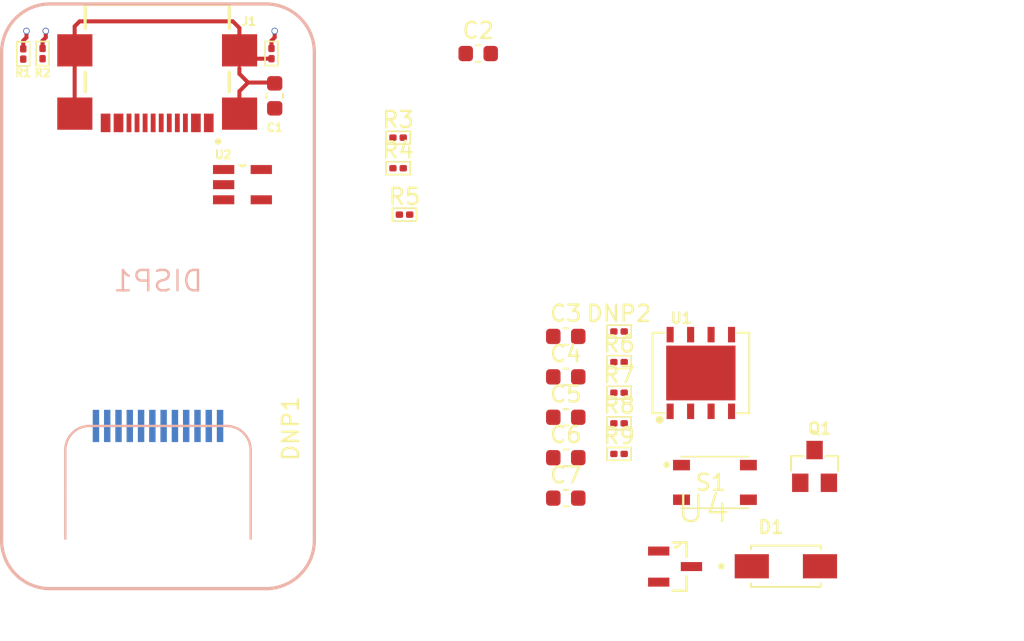
<source format=kicad_pcb>
(kicad_pcb (version 20221018) (generator pcbnew)
  (layers (0 "F.Cu" signal) (31 "B.Cu" signal) (34 "B.Paste" user) (35 "F.Paste" user) (36 "B.SilkS" user "B.Silkscreen") (37 "F.SilkS" user "F.Silkscreen") (38 "B.Mask" user) (39 "F.Mask" user) (44 "Edge.Cuts" user))
  (net 0 "")
  (net 1 "/SH")
  (net 2 "GND")
  (net 3 "/3V3")
  (net 4 "/LEDK")
  (net 5 "/DC")
  (net 6 "/CS")
  (net 7 "/CLK")
  (net 8 "/DIN")
  (net 9 "/RST")
  (net 10 "/VBUS")
  (net 12 "Net-(J1-CC2)")
  (net 13 "Net-(J1-CC1)")
  (net 15 "/USB_DP")
  (net 16 "/USB_DN")
  (net 17 "/BCK")
  (net 18 "Net-(Q1-Pad2)")
  (net 19 "Net-(Q1-Pad3)")
  (net 20 "/VIN")
  (net 21 "/QSS")
  (net 22 "Net-(R6-Pad2)")
  (net 23 "Net-(U2-ADJ{slash}BYP)")
  (net 24 "/VSYS")
  (net 25 "/QSD0")
  (net 26 "/QSD2")
  (net 27 "/QSD1")
  (net 28 "/QCLK")
  (net 29 "/QSD3")
  (footprint "footprints:PTS810SJG250SMTRLFS" (layer "F.Cu") (at 120.9116 83.6266)
    (fp_text reference "S1" (at -0.25 0) (layer "F.SilkS"))
    (fp_text value "PTS810SJK250SMTRLFS")
    (fp_line (start -2.1 -1.6) (end 2.075 -1.6) (stroke (width 0.1)) (layer "F.SilkS"))
    (fp_line (start -2.1 1.6) (end 2.075 1.6) (stroke (width 0.1)) (layer "F.SilkS"))
    (fp_arc (start -3 -1.2) (mid -2.9 -1.1) (end -3 -1) (stroke (width 0.2)) (layer "F.SilkS"))
    (fp_arc (start -3 -1) (mid -3.1 -1.1) (end -3 -1.2) (stroke (width 0.2)) (layer "F.SilkS"))
    (pad "1" smd rect (at -2.075 -1.075) (size 1.05 0.65) (layers "F.Cu" "F.Paste" "F.Mask") (net 2 "GND"))
    (pad "2" smd rect (at 2.075 -1.075) (size 1.05 0.65) (layers "F.Cu" "F.Paste" "F.Mask") (net 2 "GND"))
    (pad "3" smd rect (at -2.075 1.075) (size 1.05 0.65) (layers "F.Cu" "F.Paste" "F.Mask") (net 22 "Net-(R6-Pad2)"))
    (pad "4" smd rect (at 2.075 1.075) (size 1.05 0.65) (layers "F.Cu" "F.Paste" "F.Mask") (net 22 "Net-(R6-Pad2)"))
  )
  (footprint "footprints:W25Q128JVPIM" (layer "F.Cu") (at 120.0366 76.8316)
    (fp_text reference "U1" (at -1.218 -3.4064) (layer "F.SilkS") (effects (font (size 0.64 0.64))))
    (fp_text value "W25Q128JVSIQ")
    (fp_line (start -3 -2.5) (end -3 2.5) (stroke (width 0.127)) (layer "F.SilkS"))
    (fp_line (start -3 2.5) (end -2.25 2.5) (stroke (width 0.127)) (layer "F.SilkS"))
    (fp_line (start -2.25 -2.5) (end -3 -2.5) (stroke (width 0.127)) (layer "F.SilkS"))
    (fp_line (start 2.25 -2.5) (end 3 -2.5) (stroke (width 0.127)) (layer "F.SilkS"))
    (fp_line (start 3 -2.5) (end 3 2.5) (stroke (width 0.127)) (layer "F.SilkS"))
    (fp_line (start 3 2.5) (end 2.25 2.5) (stroke (width 0.127)) (layer "F.SilkS"))
    (fp_circle (center -2.55 2.9) (end -2.3 2.9) (fill solid) (layer "F.SilkS"))
    (pad "1" smd rect (at -1.905 2.38 90) (size 0.96 0.44) (layers "F.Cu" "F.Paste" "F.Mask") (net 21 "/QSS"))
    (pad "2" smd rect (at -0.635 2.38 90) (size 0.96 0.44) (layers "F.Cu" "F.Paste" "F.Mask") (net 25 "/QSD0"))
    (pad "3" smd rect (at 0.635 2.38 90) (size 0.96 0.44) (layers "F.Cu" "F.Paste" "F.Mask") (net 26 "/QSD2"))
    (pad "4" smd rect (at 1.905 2.38 90) (size 0.96 0.44) (layers "F.Cu" "F.Paste" "F.Mask") (net 2 "GND"))
    (pad "5" smd rect (at 1.905 -2.38 90) (size 0.96 0.44) (layers "F.Cu" "F.Paste" "F.Mask") (net 27 "/QSD1"))
    (pad "6" smd rect (at 0.635 -2.38 90) (size 0.96 0.44) (layers "F.Cu" "F.Paste" "F.Mask") (net 28 "/QCLK"))
    (pad "7" smd rect (at -0.635 -2.38 90) (size 0.96 0.44) (layers "F.Cu" "F.Paste" "F.Mask") (net 29 "/QSD3"))
    (pad "8" smd rect (at -1.905 -2.38 90) (size 0.96 0.44) (layers "F.Cu" "F.Paste" "F.Mask") (net 3 "/3V3"))
    (pad "9" smd rect (at 0 0 90) (size 3.4 4.3) (layers "F.Cu" "F.Paste" "F.Mask"))
  )
  (footprint "Capacitor_SMD:C_0603_1608Metric" (layer "F.Cu") (at 111.6566 79.5816)
    (fp_text reference "C5" (at 0 -1.43) (layer "F.SilkS"))
    (fp_text value "0.1uF_0603_16V")
    (fp_line (start -0.14058 -0.51) (end 0.14058 -0.51) (stroke (width 0.12)) (layer "F.SilkS"))
    (fp_line (start -0.14058 0.51) (end 0.14058 0.51) (stroke (width 0.12)) (layer "F.SilkS"))
    (pad "1" smd roundrect (at -0.775 0) (size 0.9 0.95) (layers "F.Cu" "F.Paste" "F.Mask") (net 3 "/3V3"))
    (pad "2" smd roundrect (at 0.775 0) (size 0.9 0.95) (layers "F.Cu" "F.Paste" "F.Mask") (net 2 "GND"))
  )
  (footprint "footprints:S8050" (layer "F.Cu") (at 127.0921 82.6326)
    (fp_text reference "Q1" (at 0.317628 -2.350438) (layer "F.SilkS") (effects (font (size 0.70028 0.70028))))
    (fp_text value "~")
    (fp_line (start -1.4605 -0.635) (end -1.4605 0.254) (stroke (width 0.127)) (layer "F.SilkS"))
    (fp_line (start -0.6985 -0.635) (end -1.4605 -0.635) (stroke (width 0.127)) (layer "F.SilkS"))
    (fp_line (start 1.4605 -0.635) (end 0.6985 -0.635) (stroke (width 0.127)) (layer "F.SilkS"))
    (fp_line (start 1.4605 0.254) (end 1.4605 -0.635) (stroke (width 0.127)) (layer "F.SilkS"))
    (pad "1" smd rect (at -0.889 1.016 180) (size 1.016 1.143) (layers "F.Cu" "F.Paste" "F.Mask") (net 2 "GND"))
    (pad "2" smd rect (at 0.889 1.016) (size 1.016 1.143) (layers "F.Cu" "F.Paste" "F.Mask") (net 18 "Net-(Q1-Pad2)"))
    (pad "3" smd rect (at 0 -1.016) (size 1.016 1.143) (layers "F.Cu" "F.Paste" "F.Mask") (net 19 "Net-(Q1-Pad3)"))
  )
  (footprint "Capacitor_SMD:C_0603_1608Metric" (layer "F.Cu") (at 106.225 57)
    (fp_text reference "C2" (at 0 -1.43) (layer "F.SilkS"))
    (fp_text value "0.1uF_0603_16V")
    (fp_line (start -0.14058 -0.51) (end 0.14058 -0.51) (stroke (width 0.12)) (layer "F.SilkS"))
    (fp_line (start -0.14058 0.51) (end 0.14058 0.51) (stroke (width 0.12)) (layer "F.SilkS"))
    (pad "1" smd roundrect (at -0.775 0) (size 0.9 0.95) (layers "F.Cu" "F.Paste" "F.Mask") (net 3 "/3V3"))
    (pad "2" smd roundrect (at 0.775 0) (size 0.9 0.95) (layers "F.Cu" "F.Paste" "F.Mask") (net 2 "GND"))
  )
  (footprint "Capacitor_SMD:C_0603_1608Metric" (layer "F.Cu") (at 111.6566 74.5616)
    (fp_text reference "C3" (at 0 -1.43) (layer "F.SilkS"))
    (fp_text value "0.1uF_0603_16V")
    (fp_line (start -0.14058 -0.51) (end 0.14058 -0.51) (stroke (width 0.12)) (layer "F.SilkS"))
    (fp_line (start -0.14058 0.51) (end 0.14058 0.51) (stroke (width 0.12)) (layer "F.SilkS"))
    (pad "1" smd roundrect (at -0.775 0) (size 0.9 0.95) (layers "F.Cu" "F.Paste" "F.Mask") (net 3 "/3V3"))
    (pad "2" smd roundrect (at 0.775 0) (size 0.9 0.95) (layers "F.Cu" "F.Paste" "F.Mask") (net 2 "GND"))
  )
  (footprint "PCM_Resistor_SMD_AKL:R_0201_0603Metric" (layer "F.Cu") (at 114.9616 76.1566)
    (fp_text reference "R6" (at 0 -1.1176) (layer "F.SilkS"))
    (fp_text value "10K_0603" hide)
    (fp_line (start -0.75 -0.4) (end -0.75 0.4) (stroke (width 0.1)) (layer "F.SilkS"))
    (fp_line (start -0.75 0.4) (end 0.75 0.4) (stroke (width 0.1)) (layer "F.SilkS"))
    (fp_line (start 0.75 -0.4) (end -0.75 -0.4) (stroke (width 0.1)) (layer "F.SilkS"))
    (fp_line (start 0.75 0.4) (end 0.75 -0.4) (stroke (width 0.1)) (layer "F.SilkS"))
    (pad "1" smd roundrect (at -0.32 0) (size 0.46 0.4) (layers "F.Cu" "F.Mask") (net 21 "/QSS"))
    (pad "2" smd roundrect (at 0.32 0) (size 0.46 0.4) (layers "F.Cu" "F.Mask") (net 22 "Net-(R6-Pad2)"))
  )
  (footprint "PCM_Resistor_SMD_AKL:R_0201_0603Metric" (layer "F.Cu") (at 114.9616 78.0566)
    (fp_text reference "R7" (at 0 -1.1176) (layer "F.SilkS"))
    (fp_text value "10K_0603" hide)
    (fp_line (start -0.75 -0.4) (end -0.75 0.4) (stroke (width 0.1)) (layer "F.SilkS"))
    (fp_line (start -0.75 0.4) (end 0.75 0.4) (stroke (width 0.1)) (layer "F.SilkS"))
    (fp_line (start 0.75 -0.4) (end -0.75 -0.4) (stroke (width 0.1)) (layer "F.SilkS"))
    (fp_line (start 0.75 0.4) (end 0.75 -0.4) (stroke (width 0.1)) (layer "F.SilkS"))
    (pad "1" smd roundrect (at -0.32 0) (size 0.46 0.4) (layers "F.Cu" "F.Mask") (net 23 "Net-(U2-ADJ{slash}BYP)"))
    (pad "2" smd roundrect (at 0.32 0) (size 0.46 0.4) (layers "F.Cu" "F.Mask") (net 3 "/3V3"))
  )
  (footprint "PCM_Resistor_SMD_AKL:R_0201_0603Metric" (layer "F.Cu") (at 101.255 62.22)
    (fp_text reference "R3" (at 0 -1.1176) (layer "F.SilkS"))
    (fp_text value "1K_0603" hide)
    (fp_line (start -0.75 -0.4) (end -0.75 0.4) (stroke (width 0.1)) (layer "F.SilkS"))
    (fp_line (start -0.75 0.4) (end 0.75 0.4) (stroke (width 0.1)) (layer "F.SilkS"))
    (fp_line (start 0.75 -0.4) (end -0.75 -0.4) (stroke (width 0.1)) (layer "F.SilkS"))
    (fp_line (start 0.75 0.4) (end 0.75 -0.4) (stroke (width 0.1)) (layer "F.SilkS"))
    (pad "1" smd roundrect (at -0.32 0) (size 0.46 0.4) (layers "F.Cu" "F.Mask") (net 17 "/BCK"))
    (pad "2" smd roundrect (at 0.32 0) (size 0.46 0.4) (layers "F.Cu" "F.Mask") (net 18 "Net-(Q1-Pad2)"))
  )
  (footprint "footprints:SS14" (layer "F.Cu") (at 125.3116 88.8316)
    (fp_text reference "D1" (at -0.925 -2.43) (layer "F.SilkS") (effects (font (size 0.787402 0.787402))))
    (fp_text value "SS14")
    (fp_line (start -2.165 -1.28) (end -2.165 -1.07) (stroke (width 0.127)) (layer "F.SilkS"))
    (fp_line (start -2.165 1.28) (end -2.165 1.07) (stroke (width 0.127)) (layer "F.SilkS"))
    (fp_line (start -2.165 1.28) (end 2.165 1.28) (stroke (width 0.127)) (layer "F.SilkS"))
    (fp_line (start 2.165 -1.28) (end -2.165 -1.28) (stroke (width 0.127)) (layer "F.SilkS"))
    (fp_line (start 2.165 -1.07) (end 2.165 -1.28) (stroke (width 0.127)) (layer "F.SilkS"))
    (fp_line (start 2.165 1.28) (end 2.165 1.07) (stroke (width 0.127)) (layer "F.SilkS"))
    (fp_circle (center -4 0) (end -3.9 0) (stroke (width 0.2)) (fill none) (layer "F.SilkS"))
    (pad "A" smd rect (at 2.115 0) (size 2.12 1.5) (layers "F.Cu" "F.Paste" "F.Mask"))
    (pad "C" smd rect (at -2.115 0) (size 2.12 1.5) (layers "F.Cu" "F.Paste" "F.Mask"))
  )
  (footprint "PCM_Resistor_SMD_AKL:R_0201_0603Metric" (layer "F.Cu") (at 78 57.025 -90)
    (fp_text reference "R1" (at 1.175 0 180) (layer "F.SilkS") (effects (font (size 0.5 0.5) (thickness 0.125))))
    (fp_text value "10K_0603" hide)
    (fp_line (start -0.75 -0.4) (end -0.75 0.4) (stroke (width 0.1)) (layer "F.SilkS"))
    (fp_line (start -0.75 0.4) (end 0.75 0.4) (stroke (width 0.1)) (layer "F.SilkS"))
    (fp_line (start 0.75 -0.4) (end -0.75 -0.4) (stroke (width 0.1)) (layer "F.SilkS"))
    (fp_line (start 0.75 0.4) (end 0.75 -0.4) (stroke (width 0.1)) (layer "F.SilkS"))
    (pad "1" smd roundrect (at -0.32 0 270) (size 0.46 0.4) (layers "F.Cu" "F.Mask") (net 2 "GND"))
    (pad "2" smd roundrect (at 0.32 0 270) (size 0.46 0.4) (layers "F.Cu" "F.Mask") (net 13 "Net-(J1-CC1)"))
  )
  (footprint "Capacitor_SMD:C_0603_1608Metric" (layer "F.Cu") (at 111.6566 77.0716)
    (fp_text reference "C4" (at 0 -1.43) (layer "F.SilkS"))
    (fp_text value "0.1uF_0603_16V")
    (fp_line (start -0.14058 -0.51) (end 0.14058 -0.51) (stroke (width 0.12)) (layer "F.SilkS"))
    (fp_line (start -0.14058 0.51) (end 0.14058 0.51) (stroke (width 0.12)) (layer "F.SilkS"))
    (pad "1" smd roundrect (at -0.775 0) (size 0.9 0.95) (layers "F.Cu" "F.Paste" "F.Mask") (net 3 "/3V3"))
    (pad "2" smd roundrect (at 0.775 0) (size 0.9 0.95) (layers "F.Cu" "F.Paste" "F.Mask") (net 2 "GND"))
  )
  (footprint "PCM_Resistor_SMD_AKL:R_0201_0603Metric" (layer "F.Cu") (at 79.2 57 -90)
    (fp_text reference "R2" (at 1.2 0 180) (layer "F.SilkS") (effects (font (size 0.5 0.5) (thickness 0.125))))
    (fp_text value "10K_0603" hide)
    (fp_line (start -0.75 -0.4) (end -0.75 0.4) (stroke (width 0.1)) (layer "F.SilkS"))
    (fp_line (start -0.75 0.4) (end 0.75 0.4) (stroke (width 0.1)) (layer "F.SilkS"))
    (fp_line (start 0.75 -0.4) (end -0.75 -0.4) (stroke (width 0.1)) (layer "F.SilkS"))
    (fp_line (start 0.75 0.4) (end 0.75 -0.4) (stroke (width 0.1)) (layer "F.SilkS"))
    (pad "1" smd roundrect (at -0.32 0 270) (size 0.46 0.4) (layers "F.Cu" "F.Mask") (net 2 "GND"))
    (pad "2" smd roundrect (at 0.32 0 270) (size 0.46 0.4) (layers "F.Cu" "F.Mask") (net 12 "Net-(J1-CC2)"))
  )
  (footprint "Capacitor_SMD:C_0603_1608Metric" (layer "F.Cu") (at 111.6566 82.0916)
    (fp_text reference "C6" (at 0 -1.43) (layer "F.SilkS"))
    (fp_text value "0.1uF_0603_16V")
    (fp_line (start -0.14058 -0.51) (end 0.14058 -0.51) (stroke (width 0.12)) (layer "F.SilkS"))
    (fp_line (start -0.14058 0.51) (end 0.14058 0.51) (stroke (width 0.12)) (layer "F.SilkS"))
    (pad "1" smd roundrect (at -0.775 0) (size 0.9 0.95) (layers "F.Cu" "F.Paste" "F.Mask") (net 20 "/VIN"))
    (pad "2" smd roundrect (at 0.775 0) (size 0.9 0.95) (layers "F.Cu" "F.Paste" "F.Mask") (net 2 "GND"))
  )
  (footprint "PCM_Resistor_SMD_AKL:R_0201_0603Metric" (layer "F.Cu") (at 114.9616 79.9566)
    (fp_text reference "R8" (at 0 -1.1176) (layer "F.SilkS"))
    (fp_text value "10K_0603" hide)
    (fp_line (start -0.75 -0.4) (end -0.75 0.4) (stroke (width 0.1)) (layer "F.SilkS"))
    (fp_line (start -0.75 0.4) (end 0.75 0.4) (stroke (width 0.1)) (layer "F.SilkS"))
    (fp_line (start 0.75 -0.4) (end -0.75 -0.4) (stroke (width 0.1)) (layer "F.SilkS"))
    (fp_line (start 0.75 0.4) (end 0.75 -0.4) (stroke (width 0.1)) (layer "F.SilkS"))
    (pad "1" smd roundrect (at -0.32 0) (size 0.46 0.4) (layers "F.Cu" "F.Mask") (net 2 "GND"))
    (pad "2" smd roundrect (at 0.32 0) (size 0.46 0.4) (layers "F.Cu" "F.Mask") (net 23 "Net-(U2-ADJ{slash}BYP)"))
  )
  (footprint "footprints:DMG3415U-7" (layer "F.Cu") (at 118.438 88.8514)
    (fp_text reference "U4" (at 1.753325 -3.582895) (layer "F.SilkS") (effects (font (size 1.640685 1.640685))))
    (fp_text value "DMG3415U-7")
    (fp_line (start -0.1524 1.4986) (end 0.7112 1.4986) (stroke (width 0.1524)) (layer "F.SilkS"))
    (fp_line (start 0.3048 -1.4986) (end -0.1524 -1.4986) (stroke (width 0.1524)) (layer "F.SilkS"))
    (fp_line (start 0.7112 -1.4986) (end 0.3048 -1.4986) (stroke (width 0.1524)) (layer "F.SilkS"))
    (fp_line (start 0.7112 -0.6096) (end 0.7112 -1.4986) (stroke (width 0.1524)) (layer "F.SilkS"))
    (fp_line (start 0.7112 1.4986) (end 0.7112 0.6096) (stroke (width 0.1524)) (layer "F.SilkS"))
    (fp_arc (start 0.3048 -1.4986) (mid 0.206758 -1.273554) (end -0.0254 -1.1938) (stroke (width 0.1524)) (layer "F.SilkS"))
    (pad "1" smd rect (at -1.016 -0.9652) (size 1.3208 0.5588) (layers "F.Cu" "F.Paste" "F.Mask") (net 24 "/VSYS"))
    (pad "2" smd rect (at -1.016 0.9652) (size 1.3208 0.5588) (layers "F.Cu" "F.Paste" "F.Mask") (net 20 "/VIN"))
    (pad "3" smd rect (at 1.016 0) (size 1.3208 0.5588) (layers "F.Cu" "F.Paste" "F.Mask") (net 10 "/VBUS"))
  )
  (footprint "PCM_Resistor_SMD_AKL:R_0201_0603Metric" (layer "F.Cu") (at 114.9616 81.8566)
    (fp_text reference "R9" (at 0 -1.1176) (layer "F.SilkS"))
    (fp_text value "10K_0603" hide)
    (fp_line (start -0.75 -0.4) (end -0.75 0.4) (stroke (width 0.1)) (layer "F.SilkS"))
    (fp_line (start -0.75 0.4) (end 0.75 0.4) (stroke (width 0.1)) (layer "F.SilkS"))
    (fp_line (start 0.75 -0.4) (end -0.75 -0.4) (stroke (width 0.1)) (layer "F.SilkS"))
    (fp_line (start 0.75 0.4) (end 0.75 -0.4) (stroke (width 0.1)) (layer "F.SilkS"))
    (pad "1" smd roundrect (at -0.32 0) (size 0.46 0.4) (layers "F.Cu" "F.Mask") (net 2 "GND"))
    (pad "2" smd roundrect (at 0.32 0) (size 0.46 0.4) (layers "F.Cu" "F.Mask") (net 24 "/VSYS"))
  )
  (footprint "footprints:SPX3819M5-L" (layer "F.Cu") (at 91.6 65.1398)
    (fp_text reference "U2" (at -1.2 -1.8602) (layer "F.SilkS") (effects (font (size 0.5 0.5) (thickness 0.125))))
    (fp_text value "SPX3819M5-L")
    (fp_arc (start 0.1778 -1.2192) (mid 0 -1.157979) (end -0.1778 -1.2192) (stroke (width 0.1524)) (layer "F.SilkS"))
    (fp_arc (start 0.1778 -1.2192) (mid 0 -1.157979) (end -0.1778 -1.2192) (stroke (width 0.1524)) (layer "F.SilkS"))
    (pad "1" smd rect (at -1.1684 -0.9398) (size 1.3208 0.5588) (layers "F.Cu" "F.Paste" "F.Mask") (net 20 "/VIN"))
    (pad "2" smd rect (at -1.1684 0) (size 1.3208 0.5588) (layers "F.Cu" "F.Paste" "F.Mask") (net 2 "GND"))
    (pad "3" smd rect (at -1.1684 0.9398) (size 1.3208 0.5588) (layers "F.Cu" "F.Paste" "F.Mask") (net 20 "/VIN"))
    (pad "4" smd rect (at 1.1684 0.9398) (size 1.3208 0.5588) (layers "F.Cu" "F.Paste" "F.Mask") (net 23 "Net-(U2-ADJ{slash}BYP)"))
    (pad "5" smd rect (at 1.1684 -0.9398) (size 1.3208 0.5588) (layers "F.Cu" "F.Paste" "F.Mask") (net 3 "/3V3"))
  )
  (footprint "PCM_Resistor_SMD_AKL:R_0201_0603Metric" (layer "F.Cu") (at 93.4 57 -90)
    (fp_text reference "DNP1" (at 23.2866 -1.186 90) (layer "F.SilkS"))
    (fp_text value "10K_0603" hide)
    (fp_line (start -0.75 -0.4) (end -0.75 0.4) (stroke (width 0.1)) (layer "F.SilkS"))
    (fp_line (start -0.75 0.4) (end 0.75 0.4) (stroke (width 0.1)) (layer "F.SilkS"))
    (fp_line (start 0.75 -0.4) (end -0.75 -0.4) (stroke (width 0.1)) (layer "F.SilkS"))
    (fp_line (start 0.75 0.4) (end 0.75 -0.4) (stroke (width 0.1)) (layer "F.SilkS"))
    (pad "1" smd roundrect (at -0.32 0 270) (size 0.46 0.4) (layers "F.Cu" "F.Mask") (net 2 "GND"))
    (pad "2" smd roundrect (at 0.32 0 270) (size 0.46 0.4) (layers "F.Cu" "F.Mask") (net 1 "/SH"))
  )
  (footprint "footprints:USB4110GFA" (layer "F.Cu") (at 86.31 60.23 180)
    (fp_text reference "J1" (at -5.69 5.23) (layer "F.SilkS") (effects (font (size 0.5 0.5) (thickness 0.125))))
    (fp_text value "USB4110GFA" hide)
    (fp_line (start -4.47 0.86) (end -4.47 2.07) (stroke (width 0.2)) (layer "F.SilkS"))
    (fp_line (start -4.47 4.79) (end -4.47 6.28) (stroke (width 0.2)) (layer "F.SilkS"))
    (fp_line (start -4.47 6.28) (end 4.47 6.28) (stroke (width 0.2)) (layer "F.SilkS"))
    (fp_line (start 4.47 0.86) (end 4.47 2.07) (stroke (width 0.2)) (layer "F.SilkS"))
    (fp_line (start 4.47 6.28) (end 4.47 4.79) (stroke (width 0.2)) (layer "F.SilkS"))
    (fp_circle (center -3.78 -2.23) (end -3.68 -2.23) (stroke (width 0.2)) (fill none) (layer "F.SilkS"))
    (pad "" np_thru_hole circle (at -2.89 0 180) (size 0.65 0.65) (drill 0.65) (layers "*.Cu" "*.Mask"))
    (pad "" np_thru_hole circle (at 2.89 0 180) (size 0.65 0.65) (drill 0.65) (layers "*.Cu" "*.Mask"))
    (pad "A1/B12" smd rect (at -3.2 -1.075 180) (size 0.6 1.15) (layers "F.Cu" "F.Paste" "F.Mask") (net 2 "GND"))
    (pad "A4/B9" smd rect (at -2.4 -1.075 180) (size 0.6 1.15) (layers "F.Cu" "F.Paste" "F.Mask") (net 10 "/VBUS"))
    (pad "A5" smd rect (at -1.25 -1.075 180) (size 0.3 1.15) (layers "F.Cu" "F.Paste" "F.Mask") (net 13 "Net-(J1-CC1)"))
    (pad "A6" smd rect (at -0.25 -1.075 180) (size 0.3 1.15) (layers "F.Cu" "F.Paste" "F.Mask") (net 16 "/USB_DN"))
    (pad "A7" smd rect (at 0.25 -1.075 180) (size 0.3 1.15) (layers "F.Cu" "F.Paste" "F.Mask") (net 15 "/USB_DP"))
    (pad "A8" smd rect (at 1.25 -1.075 180) (size 0.3 1.15) (layers "F.Cu" "F.Paste" "F.Mask"))
    (pad "B1/A12" smd rect (at 3.2 -1.075 180) (size 0.6 1.15) (layers "F.Cu" "F.Paste" "F.Mask") (net 2 "GND"))
    (pad "B4/A9" smd rect (at 2.4 -1.075 180) (size 0.6 1.15) (layers "F.Cu" "F.Paste" "F.Mask") (net 10 "/VBUS"))
    (pad "B5" smd rect (at 1.75 -1.075 180) (size 0.3 1.15) (layers "F.Cu" "F.Paste" "F.Mask") (net 12 "Net-(J1-CC2)"))
    (pad "B6" smd rect (at 0.75 -1.075 180) (size 0.3 1.15) (layers "F.Cu" "F.Paste" "F.Mask") (net 16 "/USB_DN"))
    (pad "B7" smd rect (at -0.75 -1.075 180) (size 0.3 1.15) (layers "F.Cu" "F.Paste" "F.Mask") (net 15 "/USB_DP"))
    (pad "B8" smd rect (at -1.75 -1.075 180) (size 0.3 1.15) (layers "F.Cu" "F.Paste" "F.Mask"))
    (pad "S1" smd rect (at -5.11 -0.5 180) (size 2.18 2) (layers "F.Cu" "F.Paste" "F.Mask") (net 1 "/SH"))
    (pad "S2" smd rect (at 5.11 -0.5 180) (size 2.18 2) (layers "F.Cu" "F.Paste" "F.Mask") (net 1 "/SH"))
    (pad "S3" smd rect (at -5.11 3.43 180) (size 2.18 2) (layers "F.Cu" "F.Paste" "F.Mask") (net 1 "/SH"))
    (pad "S4" smd rect (at 5.11 3.43 180) (size 2.18 2) (layers "F.Cu" "F.Paste" "F.Mask") (net 1 "/SH"))
  )
  (footprint "Capacitor_SMD:C_0603_1608Metric" (layer "F.Cu") (at 93.6 59.625 -90)
    (fp_text reference "C1" (at 1.975 0) (layer "F.SilkS") (effects (font (size 0.5 0.5) (thickness 0.125))))
    (fp_text value "0.1uF_0603_16V" hide)
    (fp_line (start -0.14058 -0.51) (end 0.14058 -0.51) (stroke (width 0.12)) (layer "F.SilkS"))
    (fp_line (start -0.14058 0.51) (end 0.14058 0.51) (stroke (width 0.12)) (layer "F.SilkS"))
    (pad "1" smd roundrect (at -0.775 0 270) (size 0.9 0.95) (layers "F.Cu" "F.Paste" "F.Mask") (net 1 "/SH"))
    (pad "2" smd roundrect (at 0.775 0 270) (size 0.9 0.95) (layers "F.Cu" "F.Paste" "F.Mask") (net 2 "GND"))
  )
  (footprint "PCM_Resistor_SMD_AKL:R_0201_0603Metric" (layer "F.Cu") (at 101.255 64.12)
    (fp_text reference "R4" (at 0 -1.1176) (layer "F.SilkS"))
    (fp_text value "10K_0603" hide)
    (fp_line (start -0.75 -0.4) (end -0.75 0.4) (stroke (width 0.1)) (layer "F.SilkS"))
    (fp_line (start -0.75 0.4) (end 0.75 0.4) (stroke (width 0.1)) (layer "F.SilkS"))
    (fp_line (start 0.75 -0.4) (end -0.75 -0.4) (stroke (width 0.1)) (layer "F.SilkS"))
    (fp_line (start 0.75 0.4) (end 0.75 -0.4) (stroke (width 0.1)) (layer "F.SilkS"))
    (pad "1" smd roundrect (at -0.32 0) (size 0.46 0.4) (layers "F.Cu" "F.Mask") (net 3 "/3V3"))
    (pad "2" smd roundrect (at 0.32 0) (size 0.46 0.4) (layers "F.Cu" "F.Mask") (net 18 "Net-(Q1-Pad2)"))
  )
  (footprint "PCM_Resistor_SMD_AKL:R_0201_0603Metric" (layer "F.Cu") (at 114.9616 74.2566)
    (fp_text reference "DNP2" (at 0 -1.1176) (layer "F.SilkS"))
    (fp_text value "10K_0603" hide)
    (fp_line (start -0.75 -0.4) (end -0.75 0.4) (stroke (width 0.1)) (layer "F.SilkS"))
    (fp_line (start -0.75 0.4) (end 0.75 0.4) (stroke (width 0.1)) (layer "F.SilkS"))
    (fp_line (start 0.75 -0.4) (end -0.75 -0.4) (stroke (width 0.1)) (layer "F.SilkS"))
    (fp_line (start 0.75 0.4) (end 0.75 -0.4) (stroke (width 0.1)) (layer "F.SilkS"))
    (pad "1" smd roundrect (at -0.32 0) (size 0.46 0.4) (layers "F.Cu" "F.Mask") (net 3 "/3V3"))
    (pad "2" smd roundrect (at 0.32 0) (size 0.46 0.4) (layers "F.Cu" "F.Mask") (net 21 "/QSS"))
  )
  (footprint "Capacitor_SMD:C_0603_1608Metric" (layer "F.Cu") (at 111.6566 84.6016)
    (fp_text reference "C7" (at 0 -1.43) (layer "F.SilkS"))
    (fp_text value "0.1uF_0603_16V")
    (fp_line (start -0.14058 -0.51) (end 0.14058 -0.51) (stroke (width 0.12)) (layer "F.SilkS"))
    (fp_line (start -0.14058 0.51) (end 0.14058 0.51) (stroke (width 0.12)) (layer "F.SilkS"))
    (pad "1" smd roundrect (at -0.775 0) (size 0.9 0.95) (layers "F.Cu" "F.Paste" "F.Mask") (net 20 "/VIN"))
    (pad "2" smd roundrect (at 0.775 0) (size 0.9 0.95) (layers "F.Cu" "F.Paste" "F.Mask") (net 2 "GND"))
  )
  (footprint "PCM_Resistor_SMD_AKL:R_0201_0603Metric" (layer "F.Cu") (at 101.655 67)
    (fp_text reference "R5" (at 0 -1.1176) (layer "F.SilkS"))
    (fp_text value "10R_0603" hide)
    (fp_line (start -0.75 -0.4) (end -0.75 0.4) (stroke (width 0.1)) (layer "F.SilkS"))
    (fp_line (start -0.75 0.4) (end 0.75 0.4) (stroke (width 0.1)) (layer "F.SilkS"))
    (fp_line (start 0.75 -0.4) (end -0.75 -0.4) (stroke (width 0.1)) (layer "F.SilkS"))
    (fp_line (start 0.75 0.4) (end 0.75 -0.4) (stroke (width 0.1)) (layer "F.SilkS"))
    (pad "1" smd roundrect (at -0.32 0) (size 0.46 0.4) (layers "F.Cu" "F.Mask") (net 19 "Net-(Q1-Pad3)"))
    (pad "2" smd roundrect (at 0.32 0) (size 0.46 0.4) (layers "F.Cu" "F.Mask") (net 4 "/LEDK"))
  )
  (footprint "footprints:SCREEN_1.47IN_172X320" (layer "B.Cu") (at 86.36 71.12 180)
    (fp_text reference "DISP1" (at 0 0) (layer "B.SilkS") (effects (font (size 1.27 1.27)) (justify mirror)))
    (fp_text value "~")
    (fp_line (start -9.7 -16.1) (end -9.7 14.2) (stroke (width 0.2032)) (layer "B.SilkS"))
    (fp_line (start -6.7 17.2) (end 6.7 17.2) (stroke (width 0.2032)) (layer "B.SilkS"))
    (fp_line (start -5.75 -10.5) (end -5.75 -16) (stroke (width 0.1524)) (layer "B.SilkS"))
    (fp_line (start 4.25 -9) (end -4.25 -9) (stroke (width 0.1524)) (layer "B.SilkS"))
    (fp_line (start 5.75 -16) (end 5.75 -10.5) (stroke (width 0.1524)) (layer "B.SilkS"))
    (fp_line (start 6.7 -19.1) (end -6.7 -19.1) (stroke (width 0.2032)) (layer "B.SilkS"))
    (fp_line (start 9.7 14.2) (end 9.7 -16.1) (stroke (width 0.2032)) (layer "B.SilkS"))
    (fp_arc (start -9.7 -16.1) (mid -8.82132 -18.22132) (end -6.7 -19.1) (stroke (width 0.2032)) (layer "B.SilkS"))
    (fp_arc (start -6.7 17.2) (mid -8.82132 16.32132) (end -9.7 14.2) (stroke (width 0.2032)) (layer "B.SilkS"))
    (fp_arc (start -4.25 -9) (mid -5.31066 -9.43934) (end -5.75 -10.5) (stroke (width 0.1524)) (layer "B.SilkS"))
    (fp_arc (start 5.75 -10.5) (mid 5.31066 -9.43934) (end 4.25 -9) (stroke (width 0.1524)) (layer "B.SilkS"))
    (fp_arc (start 6.7 -19.1) (mid 8.82132 -18.22132) (end 9.7 -16.1) (stroke (width 0.2032)) (layer "B.SilkS"))
    (fp_arc (start 9.7 14.2) (mid 8.82132 16.32132) (end 6.7 17.2) (stroke (width 0.2032)) (layer "B.SilkS"))
    (pad "" np_thru_hole circle (at -5 -13 180) (size 1 1) (drill 1) (layers "*.Cu" "*.Mask"))
    (pad "" np_thru_hole circle (at 5 -13 180) (size 1 1) (drill 1) (layers "*.Cu" "*.Mask"))
    (pad "1" smd rect (at 3.85 -9 90) (size 2 0.4) (layers "B.Cu" "B.Mask") (net 2 "GND"))
    (pad "2" smd rect (at 3.15 -9 90) (size 2 0.4) (layers "B.Cu" "B.Mask") (net 4 "/LEDK"))
    (pad "3" smd rect (at 2.45 -9 90) (size 2 0.4) (layers "B.Cu" "B.Mask") (net 3 "/3V3"))
    (pad "4" smd rect (at 1.75 -9 90) (size 2 0.4) (layers "B.Cu" "B.Mask") (net 3 "/3V3"))
    (pad "5" smd rect (at 1.05 -9 90) (size 2 0.4) (layers "B.Cu" "B.Mask") (net 2 "GND"))
    (pad "6" smd rect (at 0.35 -9 90) (size 2 0.4) (layers "B.Cu" "B.Mask") (net 2 "GND"))
    (pad "7" smd rect (at -0.35 -9 90) (size 2 0.4) (layers "B.Cu" "B.Mask") (net 5 "/DC"))
    (pad "8" smd rect (at -1.05 -9 90) (size 2 0.4) (layers "B.Cu" "B.Mask") (net 6 "/CS"))
    (pad "9" smd rect (at -1.75 -9 90) (size 2 0.4) (layers "B.Cu" "B.Mask") (net 7 "/CLK"))
    (pad "10" smd rect (at -2.45 -9 90) (size 2 0.4) (layers "B.Cu" "B.Mask") (net 8 "/DIN"))
    (pad "11" smd rect (at -3.15 -9 90) (size 2 0.4) (layers "B.Cu" "B.Mask") (net 9 "/RST"))
    (pad "12" smd rect (at -3.85 -9 90) (size 2 0.4) (layers "B.Cu" "B.Mask") (net 2 "GND"))
  )
  (segment (start 93.4 57.32) (end 91.94 57.32) (width 0.25) (layer "F.Cu") (net 1))
  (segment (start 93.55 58.8) (end 93.6 58.85) (width 0.25) (layer "F.Cu") (net 1))
  (segment (start 91.41 56.79) (end 91.42 56.8) (width 0.25) (layer "F.Cu") (net 1))
  (segment (start 81.5 55) (end 91 55) (width 0.25) (layer "F.Cu") (net 1))
  (segment (start 91.95 58.8) (end 93.55 58.8) (width 0.25) (layer "F.Cu") (net 1))
  (segment (start 81.19 60.5625) (end 81.19 55.31) (width 0.25) (layer "F.Cu") (net 1))
  (segment (start 91.94 57.32) (end 91.42 56.8) (width 0.25) (layer "F.Cu") (net 1))
  (segment (start 91.41 55.41) (end 91.41 56.79) (width 0.25) (layer "F.Cu") (net 1))
  (segment (start 91.41 59.34) (end 91.41 60.9125) (width 0.25) (layer "F.Cu") (net 1))
  (segment (start 91.95 58.8) (end 91.41 59.34) (width 0.25) (layer "F.Cu") (net 1))
  (segment (start 81.19 55.31) (end 81.5 55) (width 0.25) (layer "F.Cu") (net 1))
  (segment (start 91.95 58.8) (end 91.41 58.26) (width 0.25) (layer "F.Cu") (net 1))
  (segment (start 91 55) (end 91.41 55.41) (width 0.25) (layer "F.Cu") (net 1))
  (segment (start 91.41 57.91) (end 91.41 58.26) (width 0.25) (layer "F.Cu") (net 1))
  (segment (start 93.4 56.2) (end 93.6 56) (width 0.25) (layer "F.Cu") (net 2))
  (segment (start 93.6 56) (end 93.6 55.6) (width 0.25) (layer "F.Cu") (net 2))
  (segment (start 79.4 56) (end 79.4 55.6) (width 0.25) (layer "F.Cu") (net 2))
  (segment (start 93.4 56.68) (end 93.4 56.2) (width 0.25) (layer "F.Cu") (net 2))
  (segment (start 78.2 56) (end 78.2 55.6) (width 0.25) (layer "F.Cu") (net 2))
  (segment (start 79.2 56.2) (end 79.4 56) (width 0.25) (layer "F.Cu") (net 2))
  (segment (start 78 56.705) (end 78 56.2) (width 0.25) (layer "F.Cu") (net 2))
  (segment (start 79.2 56.2) (end 79.2 56.68) (width 0.25) (layer "F.Cu") (net 2))
  (segment (start 78 56.2) (end 78.2 56) (width 0.25) (layer "F.Cu") (net 2))
  (via (at 79.4 55.6) (size 0.4) (drill 0.3) (layers "F.Cu" "B.Cu") (net 2))
  (via (at 78.2 55.6) (size 0.4) (drill 0.3) (layers "F.Cu" "B.Cu") (net 2))
  (via (at 93.6 55.6) (size 0.4) (drill 0.3) (layers "F.Cu" "B.Cu") (net 2))
)
</source>
